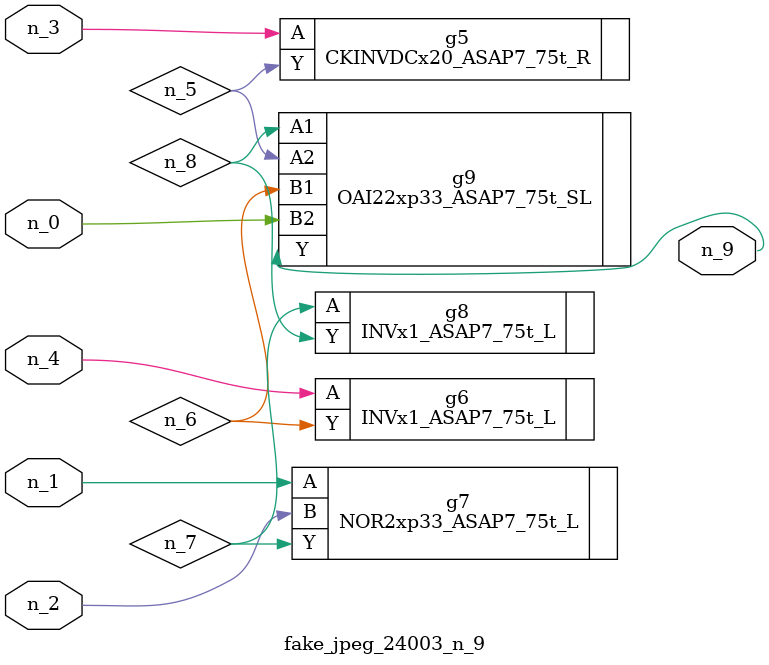
<source format=v>
module fake_jpeg_24003_n_9 (n_3, n_2, n_1, n_0, n_4, n_9);

input n_3;
input n_2;
input n_1;
input n_0;
input n_4;

output n_9;

wire n_8;
wire n_6;
wire n_5;
wire n_7;

CKINVDCx20_ASAP7_75t_R g5 ( 
.A(n_3),
.Y(n_5)
);

INVx1_ASAP7_75t_L g6 ( 
.A(n_4),
.Y(n_6)
);

NOR2xp33_ASAP7_75t_L g7 ( 
.A(n_1),
.B(n_2),
.Y(n_7)
);

INVx1_ASAP7_75t_L g8 ( 
.A(n_7),
.Y(n_8)
);

OAI22xp33_ASAP7_75t_SL g9 ( 
.A1(n_8),
.A2(n_5),
.B1(n_6),
.B2(n_0),
.Y(n_9)
);


endmodule
</source>
